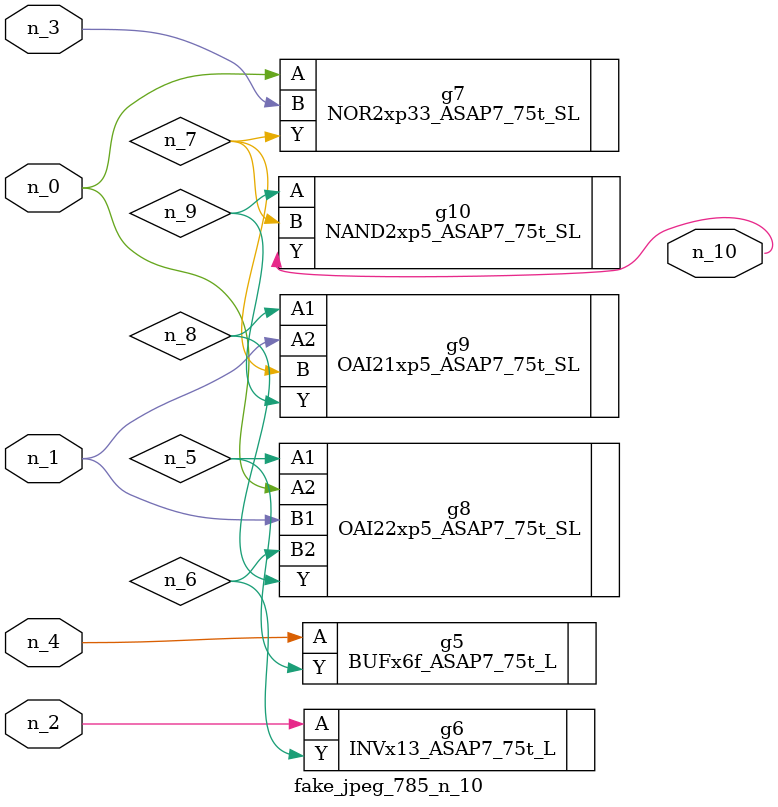
<source format=v>
module fake_jpeg_785_n_10 (n_3, n_2, n_1, n_0, n_4, n_10);

input n_3;
input n_2;
input n_1;
input n_0;
input n_4;

output n_10;

wire n_8;
wire n_9;
wire n_6;
wire n_5;
wire n_7;

BUFx6f_ASAP7_75t_L g5 ( 
.A(n_4),
.Y(n_5)
);

INVx13_ASAP7_75t_L g6 ( 
.A(n_2),
.Y(n_6)
);

NOR2xp33_ASAP7_75t_SL g7 ( 
.A(n_0),
.B(n_3),
.Y(n_7)
);

OAI22xp5_ASAP7_75t_SL g8 ( 
.A1(n_5),
.A2(n_0),
.B1(n_1),
.B2(n_6),
.Y(n_8)
);

OAI21xp5_ASAP7_75t_SL g9 ( 
.A1(n_8),
.A2(n_1),
.B(n_7),
.Y(n_9)
);

NAND2xp5_ASAP7_75t_SL g10 ( 
.A(n_9),
.B(n_7),
.Y(n_10)
);


endmodule
</source>
